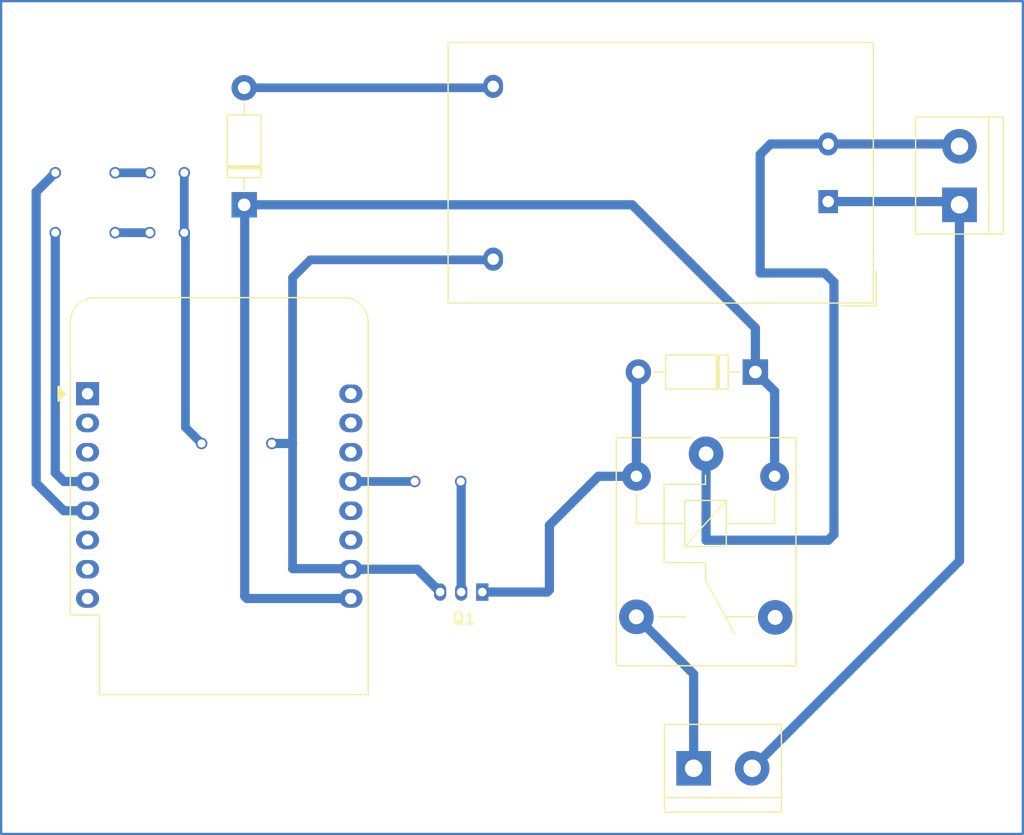
<source format=kicad_pcb>
(kicad_pcb (version 20240108) (generator "pcbnew") (generator_version "8.0")
  (layers (0 "F.Cu" signal) (31 "B.Cu" signal) (34 "B.Paste" user) (35 "F.Paste" user) (36 "B.SilkS" user "B.Silkscreen") (37 "F.SilkS" user "F.Silkscreen") (38 "B.Mask" user) (39 "F.Mask" user) (44 "Edge.Cuts" user))
  (net 0 "")
  (net 1 "Net-(D1-K)")
  (net 2 "Net-(D1-A)")
  (net 3 "Net-(D4-A)")
  (net 4 "unconnected-(PS1-AC{slash}N-Pad2)")
  (net 5 "unconnected-(PS1-AC{slash}L-Pad1)")
  (net 6 "Net-(D2-K)")
  (net 7 "Net-(Q1-B)")
  (net 10 "unconnected-(U1-SCK{slash}D5-Pad4)")
  (net 12 "Net-(U1-A0)")
  (net 17 "Net-(U1-SDA{slash}D2)")
  (net 20 "unconnected-(K2-Pad3)")
  (net 21 "unconnected-(U1-MISO{slash}D6-Pad5)")
  (net 22 "Net-(U1-D3)")
  (footprint "Package_TO_SOT_THT:TO-92_Inline" (layer "F.Cu") (at 201.57 123 180)
    (property "Reference" "Q1" (at 1.3 -2.3 180) (layer "F.SilkS"))
    (property "Value" "BC547" (hide yes))
    (pad "1" thru_hole rect (at -0.3 0 180) (size 1.05 1.5) (drill 0.75) (layers "*.Cu" "*.Mask") (net 3 "Net-(D4-A)"))
    (pad "2" thru_hole oval (at 1.53 0 180) (size 1.05 1.5) (drill 0.75) (layers "*.Cu" "*.Mask") (net 7 "Net-(Q1-B)"))
    (pad "3" thru_hole oval (at 3.36 0 180) (size 1.05 1.5) (drill 0.75) (layers "*.Cu" "*.Mask") (net 6 "Net-(D2-K)"))
  )
  (footprint "Converter_ACDC:Converter_ACDC_Hi-Link_HLK-PMxx" (layer "F.Cu") (at 231.9 89.1 180)
    (property "Reference" "PS1" (hide yes))
    (property "Value" "HLK-PM01" (hide yes))
    (fp_line (start 33 -8.81) (end 33 13.81) (stroke (width 0.12)) (layer "F.SilkS"))
    (fp_line (start -3.92 13.81) (end 33 13.81) (stroke (width 0.12)) (layer "F.SilkS"))
    (fp_line (start -3.92 -8.81) (end 33 -8.81) (stroke (width 0.12)) (layer "F.SilkS"))
    (fp_line (start -3.92 -8.81) (end -3.92 13.81) (stroke (width 0.12)) (layer "F.SilkS"))
    (fp_line (start -4.16 -6.05) (end -4.16 -9.05) (stroke (width 0.12)) (layer "F.SilkS"))
    (fp_line (start -4.16 -9.05) (end -1.16 -9.05) (stroke (width 0.12)) (layer "F.SilkS"))
    (pad "1" thru_hole rect (at 0 0 180) (size 1.7 2) (drill 1) (layers "*.Cu" "*.Mask") (net 5 "unconnected-(PS1-AC{slash}L-Pad1)"))
    (pad "2" thru_hole oval (at 0 5 180) (size 1.7 2) (drill 1) (layers "*.Cu" "*.Mask") (net 4 "unconnected-(PS1-AC{slash}N-Pad2)"))
    (pad "3" thru_hole oval (at 29.08 -5 180) (size 1.7 2) (drill 1) (layers "*.Cu" "*.Mask") (net 6 "Net-(D2-K)"))
    (pad "4" thru_hole oval (at 29.08 10 180) (size 1.7 2) (drill 1) (layers "*.Cu" "*.Mask") (net 2 "Net-(D1-A)"))
  )
  (footprint "TerminalBlock:TerminalBlock_bornier-2_P5.08mm" (layer "F.Cu") (at 220.22 138.3)
    (property "Reference" "REF**" (hide yes))
    (property "Value" "TerminalBlock_bornier-2_P5.08mm" (hide yes))
    (fp_line (start -2.54 -3.81) (end -2.54 3.81) (stroke (width 0.12)) (layer "F.SilkS"))
    (fp_line (start -2.54 3.81) (end 7.62 3.81) (stroke (width 0.12)) (layer "F.SilkS"))
    (fp_line (start 7.62 -3.81) (end -2.54 -3.81) (stroke (width 0.12)) (layer "F.SilkS"))
    (fp_line (start 7.62 2.54) (end -2.54 2.54) (stroke (width 0.12)) (layer "F.SilkS"))
    (fp_line (start 7.62 3.81) (end 7.62 -3.81) (stroke (width 0.12)) (layer "F.SilkS"))
    (pad "1" thru_hole rect (at 0 0) (size 3 3) (drill 1.52) (layers "*.Cu" "*.Mask") (net 20 "unconnected-(K2-Pad3)"))
    (pad "2" thru_hole circle (at 5.08 0) (size 3 3) (drill 1.52) (layers "*.Cu" "*.Mask") (net 5 "unconnected-(PS1-AC{slash}L-Pad1)"))
  )
  (footprint "Diode_THT:D_DO-41_SOD81_P10.16mm_Horizontal" (layer "F.Cu") (at 225.58 103.9 180)
    (property "Reference" "D4" (hide yes))
    (property "Value" "1N4001" (hide yes))
    (fp_line (start 8.82 0) (end 7.8 0) (stroke (width 0.12)) (layer "F.SilkS"))
    (fp_line (start 7.8 1.47) (end 7.8 -1.47) (stroke (width 0.12)) (layer "F.SilkS"))
    (fp_line (start 7.8 -1.47) (end 2.36 -1.47) (stroke (width 0.12)) (layer "F.SilkS"))
    (fp_line (start 3.38 -1.47) (end 3.38 1.47) (stroke (width 0.12)) (layer "F.SilkS"))
    (fp_line (start 3.26 -1.47) (end 3.26 1.47) (stroke (width 0.12)) (layer "F.SilkS"))
    (fp_line (start 3.14 -1.47) (end 3.14 1.47) (stroke (width 0.12)) (layer "F.SilkS"))
    (fp_line (start 2.36 1.47) (end 7.8 1.47) (stroke (width 0.12)) (layer "F.SilkS"))
    (fp_line (start 2.36 -1.47) (end 2.36 1.47) (stroke (width 0.12)) (layer "F.SilkS"))
    (fp_line (start 1.34 0) (end 2.36 0) (stroke (width 0.12)) (layer "F.SilkS"))
    (pad "1" thru_hole rect (at 0 0 180) (size 2.2 2.2) (drill 1.1) (layers "*.Cu" "*.Mask") (net 1 "Net-(D1-K)"))
    (pad "2" thru_hole oval (at 10.16 0 180) (size 2.2 2.2) (drill 1.1) (layers "*.Cu" "*.Mask") (net 3 "Net-(D4-A)"))
  )
  (footprint "TerminalBlock:TerminalBlock_bornier-2_P5.08mm" (layer "F.Cu") (at 243.3 89.38 90)
    (property "Reference" "REF**" (hide yes))
    (property "Value" "TerminalBlock_bornier-2_P5.08mm" (hide yes))
    (fp_line (start 7.62 -3.81) (end -2.54 -3.81) (stroke (width 0.12)) (layer "F.SilkS"))
    (fp_line (start -2.54 -3.81) (end -2.54 3.81) (stroke (width 0.12)) (layer "F.SilkS"))
    (fp_line (start 7.62 2.54) (end -2.54 2.54) (stroke (width 0.12)) (layer "F.SilkS"))
    (fp_line (start 7.62 3.81) (end 7.62 -3.81) (stroke (width 0.12)) (layer "F.SilkS"))
    (fp_line (start -2.54 3.81) (end 7.62 3.81) (stroke (width 0.12)) (layer "F.SilkS"))
    (pad "1" thru_hole rect (at 0 0 90) (size 3 3) (drill 1.52) (layers "*.Cu" "*.Mask") (net 5 "unconnected-(PS1-AC{slash}L-Pad1)"))
    (pad "2" thru_hole circle (at 5.08 0 90) (size 3 3) (drill 1.52) (layers "*.Cu" "*.Mask") (net 4 "unconnected-(PS1-AC{slash}N-Pad2)"))
  )
  (footprint "Diode_THT:D_DO-41_SOD81_P10.16mm_Horizontal" (layer "F.Cu") (at 181.2 89.38 90)
    (property "Reference" "D1" (hide yes))
    (property "Value" "1N4001" (hide yes))
    (fp_line (start 7.8 -1.47) (end 2.36 -1.47) (stroke (width 0.12)) (layer "F.SilkS"))
    (fp_line (start 3.38 -1.47) (end 3.38 1.47) (stroke (width 0.12)) (layer "F.SilkS"))
    (fp_line (start 3.26 -1.47) (end 3.26 1.47) (stroke (width 0.12)) (layer "F.SilkS"))
    (fp_line (start 3.14 -1.47) (end 3.14 1.47) (stroke (width 0.12)) (layer "F.SilkS"))
    (fp_line (start 2.36 -1.47) (end 2.36 1.47) (stroke (width 0.12)) (layer "F.SilkS"))
    (fp_line (start 8.82 0) (end 7.8 0) (stroke (width 0.12)) (layer "F.SilkS"))
    (fp_line (start 1.34 0) (end 2.36 0) (stroke (width 0.12)) (layer "F.SilkS"))
    (fp_line (start 7.8 1.47) (end 7.8 -1.47) (stroke (width 0.12)) (layer "F.SilkS"))
    (fp_line (start 2.36 1.47) (end 7.8 1.47) (stroke (width 0.12)) (layer "F.SilkS"))
    (pad "1" thru_hole rect (at 0 0 90) (size 2.2 2.2) (drill 1.1) (layers "*.Cu" "*.Mask") (net 1 "Net-(D1-K)"))
    (pad "2" thru_hole oval (at 10.16 0 90) (size 2.2 2.2) (drill 1.1) (layers "*.Cu" "*.Mask") (net 2 "Net-(D1-A)"))
  )
  (footprint "Relay_THT:Relay_SPDT_SANYOU_SRD_Series_Form_C" (layer "F.Cu") (at 221.3 111 -90)
    (property "Reference" "K2" (hide yes))
    (property "Value" "SANYOU_SRD_Form_C" (hide yes))
    (fp_line (start 18.4 7.8) (end -1.4 7.8) (stroke (width 0.12)) (layer "F.SilkS"))
    (fp_line (start 3.55 6.05) (end 6.05 6.05) (stroke (width 0.12)) (layer "F.SilkS"))
    (fp_line (start 14.15 4.2) (end 14.15 1.75) (stroke (width 0.12)) (layer "F.SilkS"))
    (fp_line (start 9.45 3.65) (end 2.65 3.65) (stroke (width 0.12)) (layer "F.SilkS"))
    (fp_line (start 4.05 1.85) (end 4.05 -1.75) (stroke (width 0.12)) (layer "F.SilkS"))
    (fp_line (start 6.05 1.85) (end 6.05 6.05) (stroke (width 0.12)) (layer "F.SilkS"))
    (fp_line (start 8.05 1.85) (end 4.05 1.85) (stroke (width 0.12)) (layer "F.SilkS"))
    (fp_line (start 8.05 1.85) (end 4.05 -1.75) (stroke (width 0.12)) (layer "F.SilkS"))
    (fp_line (start -1.4 1.2) (end -1.4 7.8) (stroke (width 0.12)) (layer "F.SilkS"))
    (fp_line (start 2.65 0.05) (end 2.65 3.65) (stroke (width 0.12)) (layer "F.SilkS"))
    (fp_line (start 2.65 0.05) (end 1.85 0.05) (stroke (width 0.12)) (layer "F.SilkS"))
    (fp_line (start 9.45 0.05) (end 9.45 3.65) (stroke (width 0.12)) (layer "F.SilkS"))
    (fp_line (start 9.45 0.05) (end 10.95 0.05) (stroke (width 0.12)) (layer "F.SilkS"))
    (fp_line (start 10.95 0.05) (end 15.55 -2.45) (stroke (width 0.12)) (layer "F.SilkS"))
    (fp_line (start 4.05 -1.75) (end 8.05 -1.75) (stroke (width 0.12)) (layer "F.SilkS"))
    (fp_line (start 8.05 -1.75) (end 8.05 1.85) (stroke (width 0.12)) (layer "F.SilkS"))
    (fp_line (start 14.15 -4.2) (end 14.15 -1.7) (stroke (width 0.12)) (layer "F.SilkS"))
    (fp_line (start 6.05 -5.95) (end 6.05 -1.75) (stroke (width 0.12)) (layer "F.SilkS"))
    (fp_line (start 6.05 -5.95) (end 3.55 -5.95) (stroke (width 0.12)) (layer "F.SilkS"))
    (fp_line (start -1.4 -7.8) (end -1.4 -1.2) (stroke (width 0.12)) (layer "F.SilkS"))
    (fp_line (start -1.4 -7.8) (end 18.4 -7.8) (stroke (width 0.12)) (layer "F.SilkS"))
    (fp_line (start 18.4 -7.8) (end 18.4 7.8) (stroke (width 0.12)) (layer "F.SilkS"))
    (pad "1" thru_hole circle (at 0 0) (size 3 3) (drill 1.3) (layers "*.Cu" "*.Mask") (net 4 "unconnected-(PS1-AC{slash}N-Pad2)"))
    (pad "2" thru_hole circle (at 1.95 6.05) (size 2.5 2.5) (drill 1) (layers "*.Cu" "*.Mask") (net 3 "Net-(D4-A)"))
    (pad "3" thru_hole circle (at 14.15 6.05) (size 3 3) (drill 1.3) (layers "*.Cu" "*.Mask") (net 20 "unconnected-(K2-Pad3)"))
    (pad "4" thru_hole circle (at 14.2 -6) (size 3 3) (drill 1.3) (layers "*.Cu" "*.Mask"))
    (pad "5" thru_hole circle (at 1.95 -5.95) (size 2.5 2.5) (drill 1) (layers "*.Cu" "*.Mask") (net 1 "Net-(D1-K)"))
  )
  (footprint "Module:WEMOS_D1_mini_light" (layer "F.Cu") (at 167.6 105.78)
    (property "Reference" "U1" (hide yes))
    (property "Value" "WeMos_D1_mini" (hide yes))
    (fp_line (start -1.5 19.22) (end -1.5 -6.21) (stroke (width 0.12)) (layer "F.SilkS"))
    (fp_line (start -1.5 19.22) (end 1.04 19.22) (stroke (width 0.12)) (layer "F.SilkS"))
    (fp_line (start 1.04 19.22) (end 1.04 26.12) (stroke (width 0.12)) (layer "F.SilkS"))
    (fp_line (start 1.04 26.12) (end 24.36 26.12) (stroke (width 0.12)) (layer "F.SilkS"))
    (fp_line (start 22.24 -8.34) (end 0.63 -8.34) (stroke (width 0.12)) (layer "F.SilkS"))
    (fp_line (start 24.36 26.12) (end 24.36 -6.21) (stroke (width 0.12)) (layer "F.SilkS"))
    (fp_arc (start -1.5 -6.21) (mid -0.876137 -7.716137) (end 0.63 -8.34) (stroke (width 0.12)) (layer "F.SilkS"))
    (fp_arc (start 22.23 -8.34) (mid 23.736137 -7.716137) (end 24.36 -6.21) (stroke (width 0.12)) (layer "F.SilkS"))
    (fp_poly (pts (xy -2.54 -0.635) (xy -2.54 0.635) (xy -1.905 0)) (stroke (width 0.15)) (fill solid) (layer "F.SilkS"))
    (pad "1" thru_hole rect (at 0 0) (size 2 2) (drill 1) (layers "*.Cu" "*.Mask"))
    (pad "2" thru_hole oval (at 0 2.54) (size 2 1.6) (drill 1) (layers "*.Cu" "*.Mask") (net 12 "Net-(U1-A0)"))
    (pad "3" thru_hole oval (at 0 5.08) (size 2 1.6) (drill 1) (layers "*.Cu" "*.Mask"))
    (pad "4" thru_hole oval (at 0 7.62) (size 2 1.6) (drill 1) (layers "*.Cu" "*.Mask") (net 10 "unconnected-(U1-SCK{slash}D5-Pad4)"))
    (pad "5" thru_hole oval (at 0 10.16) (size 2 1.6) (drill 1) (layers "*.Cu" "*.Mask") (net 21 "unconnected-(U1-MISO{slash}D6-Pad5)"))
    (pad "6" thru_hole oval (at 0 12.7) (size 2 1.6) (drill 1) (layers "*.Cu" "*.Mask"))
    (pad "7" thru_hole oval (at 0 15.24) (size 2 1.6) (drill 1) (layers "*.Cu" "*.Mask"))
    (pad "8" thru_hole oval (at 0 17.78) (size 2 1.6) (drill 1) (layers "*.Cu" "*.Mask"))
    (pad "9" thru_hole oval (at 22.86 17.78) (size 2 1.6) (drill 1) (layers "*.Cu" "*.Mask") (net 1 "Net-(D1-K)"))
    (pad "10" thru_hole oval (at 22.86 15.24) (size 2 1.6) (drill 1) (layers "*.Cu" "*.Mask") (net 6 "Net-(D2-K)"))
    (pad "11" thru_hole oval (at 22.86 12.7) (size 2 1.6) (drill 1) (layers "*.Cu" "*.Mask"))
    (pad "12" thru_hole oval (at 22.86 10.16) (size 2 1.6) (drill 1) (layers "*.Cu" "*.Mask") (net 22 "Net-(U1-D3)"))
    (pad "13" thru_hole oval (at 22.86 7.62) (size 2 1.6) (drill 1) (layers "*.Cu" "*.Mask") (net 17 "Net-(U1-SDA{slash}D2)"))
    (pad "14" thru_hole oval (at 22.86 5.08) (size 2 1.6) (drill 1) (layers "*.Cu" "*.Mask"))
    (pad "15" thru_hole oval (at 22.86 2.54) (size 2 1.6) (drill 1) (layers "*.Cu" "*.Mask"))
    (pad "16" thru_hole oval (at 22.86 0) (size 2 1.6) (drill 1) (layers "*.Cu" "*.Mask"))
  )
  (gr_rect (start 160.1 71.7) (end 248.8 144) (stroke (width 0.2)) (fill none) (layer "B.Cu"))
  (segment (start 181.435 123.56) (end 190.46 123.56) (width 0.8) (layer "B.Cu") (net 1))
  (segment (start 181.245 89.425) (end 181.245 123.37) (width 0.8) (layer "B.Cu") (net 1))
  (segment (start 181.2 89.38) (end 181.245 89.425) (width 0.8) (layer "B.Cu") (net 1))
  (segment (start 227.25 112.95) (end 227.25 105.57) (width 0.8) (layer "B.Cu") (net 1))
  (segment (start 225.58 100.58) (end 225.58 103.9) (width 0.8) (layer "B.Cu") (net 1))
  (segment (start 214.88 89.38) (end 225.58 100.08) (width 0.8) (layer "B.Cu") (net 1))
  (segment (start 225.58 100.08) (end 225.58 100.58) (width 0.8) (layer "B.Cu") (net 1))
  (segment (start 181.2 89.38) (end 214.88 89.38) (width 0.8) (layer "B.Cu") (net 1))
  (segment (start 181.245 123.37) (end 181.435 123.56) (width 0.8) (layer "B.Cu") (net 1))
  (segment (start 227.25 105.57) (end 225.58 103.9) (width 0.8) (layer "B.Cu") (net 1))
  (segment (start 202.7 79.22) (end 202.82 79.1) (width 0.76) (layer "B.Cu") (net 2))
  (segment (start 181.3 79.22) (end 202.7 79.22) (width 0.76) (layer "B.Cu") (net 2))
  (segment (start 215.25 112.95) (end 215.25 104.07) (width 0.8) (layer "B.Cu") (net 3))
  (segment (start 207.7 122.8) (end 207.7 117.2) (width 0.8) (layer "B.Cu") (net 3))
  (segment (start 207.7 117.2) (end 211.95 112.95) (width 0.8) (layer "B.Cu") (net 3))
  (segment (start 211.95 112.95) (end 215.25 112.95) (width 0.8) (layer "B.Cu") (net 3))
  (segment (start 215.25 104.07) (end 215.42 103.9) (width 0.8) (layer "B.Cu") (net 3))
  (segment (start 201.87 123) (end 207.5 123) (width 0.8) (layer "B.Cu") (net 3))
  (segment (start 207.5 123) (end 207.7 122.8) (width 0.8) (layer "B.Cu") (net 3))
  (segment (start 243.1 84.1) (end 243.3 84.3) (width 0.8) (layer "B.Cu") (net 4))
  (segment (start 231.6 95.3) (end 226 95.3) (width 0.8) (layer "B.Cu") (net 4))
  (segment (start 226 95.3) (end 226 85) (width 0.8) (layer "B.Cu") (net 4))
  (segment (start 221.3 111) (end 221.3 118.5) (width 0.8) (layer "B.Cu") (net 4))
  (segment (start 232.4 118) (end 232.4 96.1) (width 0.8) (layer "B.Cu") (net 4))
  (segment (start 231.9 118.5) (end 232.4 118) (width 0.8) (layer "B.Cu") (net 4))
  (segment (start 232.4 96.1) (end 231.6 95.3) (width 0.8) (layer "B.Cu") (net 4))
  (segment (start 226.9 84.1) (end 231.9 84.1) (width 0.8) (layer "B.Cu") (net 4))
  (segment (start 231.9 84.1) (end 243.1 84.1) (width 0.8) (layer "B.Cu") (net 4))
  (segment (start 226 85) (end 226.9 84.1) (width 0.8) (layer "B.Cu") (net 4))
  (segment (start 221.3 118.5) (end 231.9 118.5) (width 0.8) (layer "B.Cu") (net 4))
  (segment (start 243.3 89.38) (end 243.3 120.3) (width 0.8) (layer "B.Cu") (net 5))
  (segment (start 243.02 89.1) (end 243.3 89.38) (width 0.8) (layer "B.Cu") (net 5))
  (segment (start 243.3 120.3) (end 225.3 138.3) (width 0.8) (layer "B.Cu") (net 5))
  (segment (start 231.9 89.1) (end 243.02 89.1) (width 0.8) (layer "B.Cu") (net 5))
  (via (at 176 91.8) (size 1) (drill 0.7) (layers "F.Cu" "B.Cu") (net 6))
  (via (at 183.6 110.1) (size 1) (drill 0.7) (layers "F.Cu" "B.Cu") (net 6))
  (via (at 176 86.6) (size 1) (drill 0.7) (layers "F.Cu" "B.Cu") (net 6))
  (via (at 177.5 110.1) (size 1) (drill 0.7) (layers "F.Cu" "B.Cu") (net 6))
  (segment (start 198.21 123) (end 196.23 121.02) (width 0.8) (layer "B.Cu") (net 6))
  (segment (start 185.4 120.97) (end 190.41 120.97) (width 0.8) (layer "B.Cu") (net 6))
  (segment (start 176 86.6) (end 176 91.8) (width 0.76) (layer "B.Cu") (net 6))
  (segment (start 202.82 94.1) (end 202.7625 94.1575) (width 0.76) (layer "B.Cu") (net 6))
  (segment (start 185.4 110.1) (end 185.4 120.97) (width 0.76) (layer "B.Cu") (net 6))
  (segment (start 176.1 91.9) (end 176.1 108.7) (width 0.76) (layer "B.Cu") (net 6))
  (segment (start 176 91.8) (end 176.1 91.9) (width 0.76) (layer "B.Cu") (net 6))
  (segment (start 190.41 120.97) (end 190.46 121.02) (width 0.8) (layer "B.Cu") (net 6))
  (segment (start 202.7625 94.1575) (end 186.9425 94.1575) (width 0.76) (layer "B.Cu") (net 6))
  (segment (start 185.4 95.7) (end 185.4 110.1) (width 0.76) (layer "B.Cu") (net 6))
  (segment (start 186.9425 94.1575) (end 185.4 95.7) (width 0.76) (layer "B.Cu") (net 6))
  (segment (start 176.1 108.7) (end 177.5 110.1) (width 0.76) (layer "B.Cu") (net 6))
  (segment (start 183.6 110.1) (end 185.4 110.1) (width 0.8) (layer "B.Cu") (net 6))
  (segment (start 196.23 121.02) (end 190.46 121.02) (width 0.8) (layer "B.Cu") (net 6))
  (via (at 200 113.4) (size 1) (drill 0.7) (layers "F.Cu" "B.Cu") (net 7))
  (segment (start 200.04 123) (end 200.04 113.44) (width 0.8) (layer "B.Cu") (net 7))
  (segment (start 200.04 113.44) (end 200 113.4) (width 0.8) (layer "B.Cu") (net 7))
  (via (at 173 91.8) (size 1) (drill 0.7) (layers "F.Cu" "B.Cu") (net 10))
  (via (at 170 91.8) (size 1) (drill 0.7) (layers "F.Cu" "B.Cu") (net 10))
  (via (at 164.8 91.8) (size 1) (drill 0.7) (layers "F.Cu" "B.Cu") (net 10))
  (segment (start 164.8 112.65) (end 164.8 91.8) (width 0.8) (layer "B.Cu") (net 10))
  (segment (start 167.6 113.4) (end 165.55 113.4) (width 0.8) (layer "B.Cu") (net 10))
  (segment (start 165.55 113.4) (end 164.8 112.65) (width 0.8) (layer "B.Cu") (net 10))
  (segment (start 170 91.8) (end 173 91.8) (width 0.76) (layer "B.Cu") (net 10))
  (via (at 196 113.4) (size 1) (drill 0.7) (layers "F.Cu" "B.Cu") (net 17))
  (segment (start 190.46 113.4) (end 196 113.4) (width 0.76) (layer "B.Cu") (net 17))
  (segment (start 220.22 130.12) (end 215.25 125.15) (width 0.8) (layer "B.Cu") (net 20))
  (segment (start 220.22 138.3) (end 220.22 130.12) (width 0.8) (layer "B.Cu") (net 20))
  (via (at 164.8 86.6) (size 1) (drill 0.7) (layers "F.Cu" "B.Cu") (net 21))
  (via (at 173 86.6) (size 1) (drill 0.7) (layers "F.Cu" "B.Cu") (net 21))
  (via (at 170 86.6) (size 1) (drill 0.7) (layers "F.Cu" "B.Cu") (net 21))
  (segment (start 163.14 113.54) (end 163.14 88.26) (width 0.8) (layer "B.Cu") (net 21))
  (segment (start 163.14 88.26) (end 164.8 86.6) (width 0.8) (layer "B.Cu") (net 21))
  (segment (start 167.6 115.94) (end 165.54 115.94) (width 0.8) (layer "B.Cu") (net 21))
  (segment (start 170 86.6) (end 173 86.6) (width 0.76) (layer "B.Cu") (net 21))
  (segment (start 165.54 115.94) (end 163.14 113.54) (width 0.8) (layer "B.Cu") (net 21))
)
</source>
